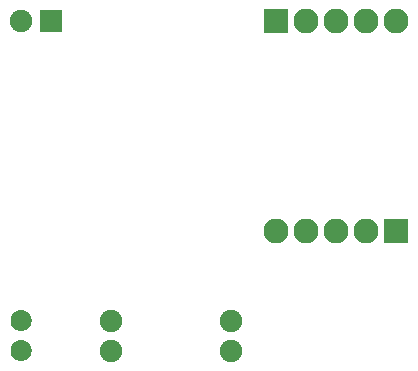
<source format=gbl>
G04 MADE WITH FRITZING*
G04 WWW.FRITZING.ORG*
G04 DOUBLE SIDED*
G04 HOLES PLATED*
G04 CONTOUR ON CENTER OF CONTOUR VECTOR*
%ASAXBY*%
%FSLAX23Y23*%
%MOIN*%
%OFA0B0*%
%SFA1.0B1.0*%
%ADD10C,0.083307*%
%ADD11C,0.075000*%
%ADD12C,0.070000*%
%ADD13R,0.083307X0.083307*%
%ADD14R,0.075000X0.075000*%
%ADD15R,0.001000X0.001000*%
%LNCOPPER0*%
G90*
G70*
G54D10*
X1431Y574D03*
X1331Y574D03*
X1231Y574D03*
X1131Y574D03*
X1031Y574D03*
X1031Y1274D03*
X1131Y1274D03*
X1231Y1274D03*
X1331Y1274D03*
X1431Y1274D03*
G54D11*
X481Y174D03*
X881Y174D03*
X481Y274D03*
X881Y274D03*
G54D12*
X181Y274D03*
X181Y174D03*
G54D11*
X281Y1274D03*
X181Y1274D03*
G54D13*
X1431Y574D03*
X1031Y1274D03*
G54D14*
X281Y1274D03*
G54D15*
X177Y310D02*
X184Y310D01*
X172Y309D02*
X189Y309D01*
X169Y308D02*
X192Y308D01*
X167Y307D02*
X194Y307D01*
X164Y306D02*
X196Y306D01*
X163Y305D02*
X198Y305D01*
X161Y304D02*
X200Y304D01*
X160Y303D02*
X201Y303D01*
X158Y302D02*
X203Y302D01*
X157Y301D02*
X204Y301D01*
X156Y300D02*
X205Y300D01*
X155Y299D02*
X206Y299D01*
X154Y298D02*
X207Y298D01*
X154Y297D02*
X207Y297D01*
X153Y296D02*
X208Y296D01*
X152Y295D02*
X209Y295D01*
X151Y294D02*
X209Y294D01*
X151Y293D02*
X210Y293D01*
X150Y292D02*
X211Y292D01*
X150Y291D02*
X211Y291D01*
X149Y290D02*
X176Y290D01*
X185Y290D02*
X211Y290D01*
X149Y289D02*
X173Y289D01*
X187Y289D02*
X212Y289D01*
X149Y288D02*
X172Y288D01*
X189Y288D02*
X212Y288D01*
X148Y287D02*
X171Y287D01*
X190Y287D02*
X213Y287D01*
X148Y286D02*
X169Y286D01*
X191Y286D02*
X213Y286D01*
X147Y285D02*
X168Y285D01*
X192Y285D02*
X213Y285D01*
X147Y284D02*
X168Y284D01*
X193Y284D02*
X214Y284D01*
X147Y283D02*
X167Y283D01*
X194Y283D02*
X214Y283D01*
X147Y282D02*
X166Y282D01*
X194Y282D02*
X214Y282D01*
X146Y281D02*
X166Y281D01*
X195Y281D02*
X214Y281D01*
X146Y280D02*
X166Y280D01*
X195Y280D02*
X215Y280D01*
X146Y279D02*
X165Y279D01*
X196Y279D02*
X215Y279D01*
X146Y278D02*
X165Y278D01*
X196Y278D02*
X215Y278D01*
X146Y277D02*
X165Y277D01*
X196Y277D02*
X215Y277D01*
X146Y276D02*
X165Y276D01*
X196Y276D02*
X215Y276D01*
X146Y275D02*
X165Y275D01*
X196Y275D02*
X215Y275D01*
X146Y274D02*
X165Y274D01*
X196Y274D02*
X215Y274D01*
X146Y273D02*
X165Y273D01*
X196Y273D02*
X215Y273D01*
X146Y272D02*
X165Y272D01*
X196Y272D02*
X215Y272D01*
X146Y271D02*
X165Y271D01*
X195Y271D02*
X215Y271D01*
X146Y270D02*
X166Y270D01*
X195Y270D02*
X214Y270D01*
X147Y269D02*
X166Y269D01*
X195Y269D02*
X214Y269D01*
X147Y268D02*
X167Y268D01*
X194Y268D02*
X214Y268D01*
X147Y267D02*
X167Y267D01*
X193Y267D02*
X214Y267D01*
X147Y266D02*
X168Y266D01*
X193Y266D02*
X213Y266D01*
X148Y265D02*
X169Y265D01*
X192Y265D02*
X213Y265D01*
X148Y264D02*
X170Y264D01*
X191Y264D02*
X213Y264D01*
X148Y263D02*
X171Y263D01*
X190Y263D02*
X212Y263D01*
X149Y262D02*
X173Y262D01*
X188Y262D02*
X212Y262D01*
X149Y261D02*
X175Y261D01*
X186Y261D02*
X212Y261D01*
X150Y260D02*
X211Y260D01*
X150Y259D02*
X211Y259D01*
X151Y258D02*
X210Y258D01*
X151Y257D02*
X210Y257D01*
X152Y256D02*
X209Y256D01*
X153Y255D02*
X208Y255D01*
X153Y254D02*
X208Y254D01*
X154Y253D02*
X207Y253D01*
X155Y252D02*
X206Y252D01*
X156Y251D02*
X205Y251D01*
X157Y250D02*
X204Y250D01*
X158Y249D02*
X203Y249D01*
X159Y248D02*
X202Y248D01*
X161Y247D02*
X200Y247D01*
X162Y246D02*
X199Y246D01*
X164Y245D02*
X197Y245D01*
X166Y244D02*
X195Y244D01*
X168Y243D02*
X193Y243D01*
X171Y242D02*
X190Y242D01*
X175Y241D02*
X186Y241D01*
X176Y210D02*
X184Y210D01*
X172Y209D02*
X189Y209D01*
X169Y208D02*
X192Y208D01*
X166Y207D02*
X194Y207D01*
X164Y206D02*
X197Y206D01*
X163Y205D02*
X198Y205D01*
X161Y204D02*
X200Y204D01*
X160Y203D02*
X201Y203D01*
X158Y202D02*
X203Y202D01*
X157Y201D02*
X204Y201D01*
X156Y200D02*
X205Y200D01*
X155Y199D02*
X206Y199D01*
X154Y198D02*
X207Y198D01*
X153Y197D02*
X207Y197D01*
X153Y196D02*
X208Y196D01*
X152Y195D02*
X209Y195D01*
X151Y194D02*
X209Y194D01*
X151Y193D02*
X210Y193D01*
X150Y192D02*
X211Y192D01*
X150Y191D02*
X211Y191D01*
X149Y190D02*
X176Y190D01*
X185Y190D02*
X211Y190D01*
X149Y189D02*
X173Y189D01*
X188Y189D02*
X212Y189D01*
X148Y188D02*
X172Y188D01*
X189Y188D02*
X212Y188D01*
X148Y187D02*
X170Y187D01*
X190Y187D02*
X213Y187D01*
X148Y186D02*
X169Y186D01*
X192Y186D02*
X213Y186D01*
X147Y185D02*
X168Y185D01*
X192Y185D02*
X213Y185D01*
X147Y184D02*
X168Y184D01*
X193Y184D02*
X214Y184D01*
X147Y183D02*
X167Y183D01*
X194Y183D02*
X214Y183D01*
X147Y182D02*
X166Y182D01*
X195Y182D02*
X214Y182D01*
X146Y181D02*
X166Y181D01*
X195Y181D02*
X214Y181D01*
X146Y180D02*
X166Y180D01*
X195Y180D02*
X215Y180D01*
X146Y179D02*
X165Y179D01*
X196Y179D02*
X215Y179D01*
X146Y178D02*
X165Y178D01*
X196Y178D02*
X215Y178D01*
X146Y177D02*
X165Y177D01*
X196Y177D02*
X215Y177D01*
X146Y176D02*
X165Y176D01*
X196Y176D02*
X215Y176D01*
X146Y175D02*
X165Y175D01*
X196Y175D02*
X215Y175D01*
X146Y174D02*
X165Y174D01*
X196Y174D02*
X215Y174D01*
X146Y173D02*
X165Y173D01*
X196Y173D02*
X215Y173D01*
X146Y172D02*
X165Y172D01*
X196Y172D02*
X215Y172D01*
X146Y171D02*
X165Y171D01*
X195Y171D02*
X215Y171D01*
X146Y170D02*
X166Y170D01*
X195Y170D02*
X214Y170D01*
X147Y169D02*
X166Y169D01*
X195Y169D02*
X214Y169D01*
X147Y168D02*
X167Y168D01*
X194Y168D02*
X214Y168D01*
X147Y167D02*
X167Y167D01*
X193Y167D02*
X214Y167D01*
X147Y166D02*
X168Y166D01*
X193Y166D02*
X213Y166D01*
X148Y165D02*
X169Y165D01*
X192Y165D02*
X213Y165D01*
X148Y164D02*
X170Y164D01*
X191Y164D02*
X213Y164D01*
X148Y163D02*
X171Y163D01*
X189Y163D02*
X212Y163D01*
X149Y162D02*
X173Y162D01*
X188Y162D02*
X212Y162D01*
X149Y161D02*
X175Y161D01*
X185Y161D02*
X212Y161D01*
X150Y160D02*
X211Y160D01*
X150Y159D02*
X211Y159D01*
X151Y158D02*
X210Y158D01*
X151Y157D02*
X209Y157D01*
X152Y156D02*
X209Y156D01*
X153Y155D02*
X208Y155D01*
X153Y154D02*
X207Y154D01*
X154Y153D02*
X207Y153D01*
X155Y152D02*
X206Y152D01*
X156Y151D02*
X205Y151D01*
X157Y150D02*
X204Y150D01*
X158Y149D02*
X203Y149D01*
X159Y148D02*
X202Y148D01*
X161Y147D02*
X200Y147D01*
X162Y146D02*
X199Y146D01*
X164Y145D02*
X197Y145D01*
X166Y144D02*
X195Y144D01*
X168Y143D02*
X192Y143D01*
X171Y142D02*
X190Y142D01*
X175Y141D02*
X185Y141D01*
D02*
G04 End of Copper0*
M02*
</source>
